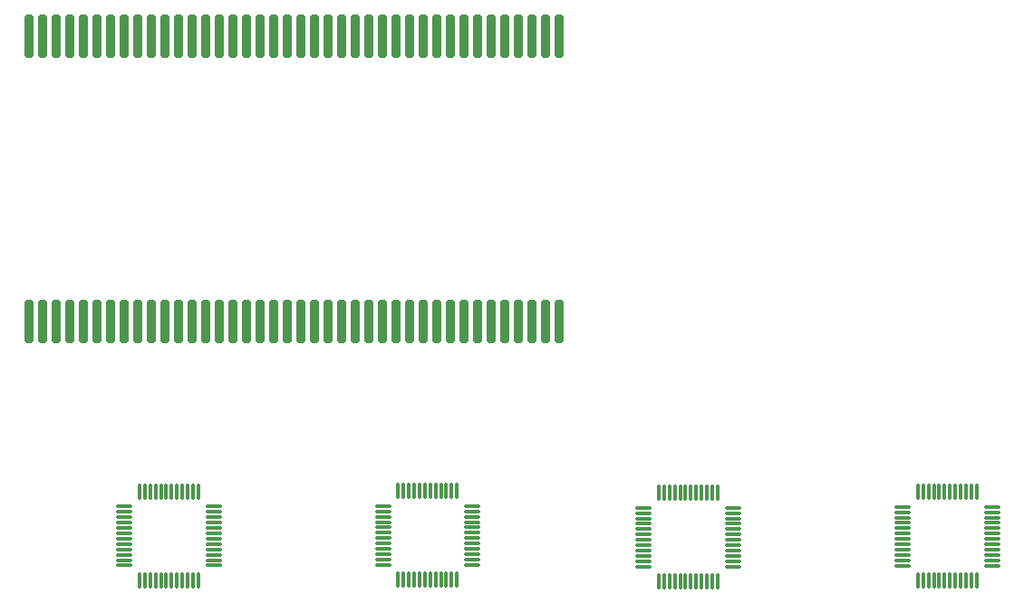
<source format=gtp>
G04 #@! TF.GenerationSoftware,KiCad,Pcbnew,(6.0.4)*
G04 #@! TF.CreationDate,2022-04-25T08:26:24+09:00*
G04 #@! TF.ProjectId,pico_router,7069636f-5f72-46f7-9574-65722e6b6963,rev?*
G04 #@! TF.SameCoordinates,Original*
G04 #@! TF.FileFunction,Paste,Top*
G04 #@! TF.FilePolarity,Positive*
%FSLAX46Y46*%
G04 Gerber Fmt 4.6, Leading zero omitted, Abs format (unit mm)*
G04 Created by KiCad (PCBNEW (6.0.4)) date 2022-04-25 08:26:24*
%MOMM*%
%LPD*%
G01*
G04 APERTURE LIST*
G04 Aperture macros list*
%AMRoundRect*
0 Rectangle with rounded corners*
0 $1 Rounding radius*
0 $2 $3 $4 $5 $6 $7 $8 $9 X,Y pos of 4 corners*
0 Add a 4 corners polygon primitive as box body*
4,1,4,$2,$3,$4,$5,$6,$7,$8,$9,$2,$3,0*
0 Add four circle primitives for the rounded corners*
1,1,$1+$1,$2,$3*
1,1,$1+$1,$4,$5*
1,1,$1+$1,$6,$7*
1,1,$1+$1,$8,$9*
0 Add four rect primitives between the rounded corners*
20,1,$1+$1,$2,$3,$4,$5,0*
20,1,$1+$1,$4,$5,$6,$7,0*
20,1,$1+$1,$6,$7,$8,$9,0*
20,1,$1+$1,$8,$9,$2,$3,0*%
G04 Aperture macros list end*
%ADD10RoundRect,0.075000X-0.075000X0.662500X-0.075000X-0.662500X0.075000X-0.662500X0.075000X0.662500X0*%
%ADD11RoundRect,0.075000X-0.662500X0.075000X-0.662500X-0.075000X0.662500X-0.075000X0.662500X0.075000X0*%
%ADD12RoundRect,0.200000X-0.200000X1.800000X-0.200000X-1.800000X0.200000X-1.800000X0.200000X1.800000X0*%
G04 APERTURE END LIST*
D10*
X191091000Y-112042500D03*
X190591000Y-112042500D03*
X190091000Y-112042500D03*
X189591000Y-112042500D03*
X189091000Y-112042500D03*
X188591000Y-112042500D03*
X188091000Y-112042500D03*
X187591000Y-112042500D03*
X187091000Y-112042500D03*
X186591000Y-112042500D03*
X186091000Y-112042500D03*
X185591000Y-112042500D03*
D11*
X184178500Y-113455000D03*
X184178500Y-113955000D03*
X184178500Y-114455000D03*
X184178500Y-114955000D03*
X184178500Y-115455000D03*
X184178500Y-115955000D03*
X184178500Y-116455000D03*
X184178500Y-116955000D03*
X184178500Y-117455000D03*
X184178500Y-117955000D03*
X184178500Y-118455000D03*
X184178500Y-118955000D03*
D10*
X185591000Y-120367500D03*
X186091000Y-120367500D03*
X186591000Y-120367500D03*
X187091000Y-120367500D03*
X187591000Y-120367500D03*
X188091000Y-120367500D03*
X188591000Y-120367500D03*
X189091000Y-120367500D03*
X189591000Y-120367500D03*
X190091000Y-120367500D03*
X190591000Y-120367500D03*
X191091000Y-120367500D03*
D11*
X192503500Y-118955000D03*
X192503500Y-118455000D03*
X192503500Y-117955000D03*
X192503500Y-117455000D03*
X192503500Y-116955000D03*
X192503500Y-116455000D03*
X192503500Y-115955000D03*
X192503500Y-115455000D03*
X192503500Y-114955000D03*
X192503500Y-114455000D03*
X192503500Y-113955000D03*
X192503500Y-113455000D03*
D10*
X166884800Y-112128100D03*
X166384800Y-112128100D03*
X165884800Y-112128100D03*
X165384800Y-112128100D03*
X164884800Y-112128100D03*
X164384800Y-112128100D03*
X163884800Y-112128100D03*
X163384800Y-112128100D03*
X162884800Y-112128100D03*
X162384800Y-112128100D03*
X161884800Y-112128100D03*
X161384800Y-112128100D03*
D11*
X159972300Y-113540600D03*
X159972300Y-114040600D03*
X159972300Y-114540600D03*
X159972300Y-115040600D03*
X159972300Y-115540600D03*
X159972300Y-116040600D03*
X159972300Y-116540600D03*
X159972300Y-117040600D03*
X159972300Y-117540600D03*
X159972300Y-118040600D03*
X159972300Y-118540600D03*
X159972300Y-119040600D03*
D10*
X161384800Y-120453100D03*
X161884800Y-120453100D03*
X162384800Y-120453100D03*
X162884800Y-120453100D03*
X163384800Y-120453100D03*
X163884800Y-120453100D03*
X164384800Y-120453100D03*
X164884800Y-120453100D03*
X165384800Y-120453100D03*
X165884800Y-120453100D03*
X166384800Y-120453100D03*
X166884800Y-120453100D03*
D11*
X168297300Y-119040600D03*
X168297300Y-118540600D03*
X168297300Y-118040600D03*
X168297300Y-117540600D03*
X168297300Y-117040600D03*
X168297300Y-116540600D03*
X168297300Y-116040600D03*
X168297300Y-115540600D03*
X168297300Y-115040600D03*
X168297300Y-114540600D03*
X168297300Y-114040600D03*
X168297300Y-113540600D03*
D10*
X142526200Y-111966300D03*
X142026200Y-111966300D03*
X141526200Y-111966300D03*
X141026200Y-111966300D03*
X140526200Y-111966300D03*
X140026200Y-111966300D03*
X139526200Y-111966300D03*
X139026200Y-111966300D03*
X138526200Y-111966300D03*
X138026200Y-111966300D03*
X137526200Y-111966300D03*
X137026200Y-111966300D03*
D11*
X135613700Y-113378800D03*
X135613700Y-113878800D03*
X135613700Y-114378800D03*
X135613700Y-114878800D03*
X135613700Y-115378800D03*
X135613700Y-115878800D03*
X135613700Y-116378800D03*
X135613700Y-116878800D03*
X135613700Y-117378800D03*
X135613700Y-117878800D03*
X135613700Y-118378800D03*
X135613700Y-118878800D03*
D10*
X137026200Y-120291300D03*
X137526200Y-120291300D03*
X138026200Y-120291300D03*
X138526200Y-120291300D03*
X139026200Y-120291300D03*
X139526200Y-120291300D03*
X140026200Y-120291300D03*
X140526200Y-120291300D03*
X141026200Y-120291300D03*
X141526200Y-120291300D03*
X142026200Y-120291300D03*
X142526200Y-120291300D03*
D11*
X143938700Y-118878800D03*
X143938700Y-118378800D03*
X143938700Y-117878800D03*
X143938700Y-117378800D03*
X143938700Y-116878800D03*
X143938700Y-116378800D03*
X143938700Y-115878800D03*
X143938700Y-115378800D03*
X143938700Y-114878800D03*
X143938700Y-114378800D03*
X143938700Y-113878800D03*
X143938700Y-113378800D03*
D10*
X118370800Y-112017100D03*
X117870800Y-112017100D03*
X117370800Y-112017100D03*
X116870800Y-112017100D03*
X116370800Y-112017100D03*
X115870800Y-112017100D03*
X115370800Y-112017100D03*
X114870800Y-112017100D03*
X114370800Y-112017100D03*
X113870800Y-112017100D03*
X113370800Y-112017100D03*
X112870800Y-112017100D03*
D11*
X111458300Y-113429600D03*
X111458300Y-113929600D03*
X111458300Y-114429600D03*
X111458300Y-114929600D03*
X111458300Y-115429600D03*
X111458300Y-115929600D03*
X111458300Y-116429600D03*
X111458300Y-116929600D03*
X111458300Y-117429600D03*
X111458300Y-117929600D03*
X111458300Y-118429600D03*
X111458300Y-118929600D03*
D10*
X112870800Y-120342100D03*
X113370800Y-120342100D03*
X113870800Y-120342100D03*
X114370800Y-120342100D03*
X114870800Y-120342100D03*
X115370800Y-120342100D03*
X115870800Y-120342100D03*
X116370800Y-120342100D03*
X116870800Y-120342100D03*
X117370800Y-120342100D03*
X117870800Y-120342100D03*
X118370800Y-120342100D03*
D11*
X119783300Y-118929600D03*
X119783300Y-118429600D03*
X119783300Y-117929600D03*
X119783300Y-117429600D03*
X119783300Y-116929600D03*
X119783300Y-116429600D03*
X119783300Y-115929600D03*
X119783300Y-115429600D03*
X119783300Y-114929600D03*
X119783300Y-114429600D03*
X119783300Y-113929600D03*
X119783300Y-113429600D03*
D12*
X152044400Y-69418200D03*
X150774400Y-69418200D03*
X149504400Y-69418200D03*
X148234400Y-69418200D03*
X146964400Y-69418200D03*
X145694400Y-69418200D03*
X144424400Y-69418200D03*
X143154400Y-69418200D03*
X141884400Y-69418200D03*
X140614400Y-69418200D03*
X139344400Y-69418200D03*
X138074400Y-69418200D03*
X136804400Y-69418200D03*
X135534400Y-69418200D03*
X134264400Y-69418200D03*
X132994400Y-69418200D03*
X131724400Y-69418200D03*
X130454400Y-69418200D03*
X129184400Y-69418200D03*
X127914400Y-69418200D03*
X126644400Y-69418200D03*
X125374400Y-69418200D03*
X124104400Y-69418200D03*
X122834400Y-69418200D03*
X121564400Y-69418200D03*
X120294400Y-69418200D03*
X119024400Y-69418200D03*
X117754400Y-69418200D03*
X116484400Y-69418200D03*
X115214400Y-69418200D03*
X113944400Y-69418200D03*
X112674400Y-69418200D03*
X111404400Y-69418200D03*
X110134400Y-69418200D03*
X108864400Y-69418200D03*
X107594400Y-69418200D03*
X106324400Y-69418200D03*
X105054400Y-69418200D03*
X103784400Y-69418200D03*
X102514400Y-69418200D03*
X152044400Y-96088200D03*
X150774400Y-96088200D03*
X149504400Y-96088200D03*
X148234400Y-96088200D03*
X146964400Y-96088200D03*
X145694400Y-96088200D03*
X144424400Y-96088200D03*
X143154400Y-96088200D03*
X141884400Y-96088200D03*
X140614400Y-96088200D03*
X139344400Y-96088200D03*
X138074400Y-96088200D03*
X136804400Y-96088200D03*
X135534400Y-96088200D03*
X134264400Y-96088200D03*
X132994400Y-96088200D03*
X131724400Y-96088200D03*
X130454400Y-96088200D03*
X129184400Y-96088200D03*
X127914400Y-96088200D03*
X126644400Y-96088200D03*
X125374400Y-96088200D03*
X124104400Y-96088200D03*
X122834400Y-96088200D03*
X121564400Y-96088200D03*
X120294400Y-96088200D03*
X119024400Y-96088200D03*
X117754400Y-96088200D03*
X116484400Y-96088200D03*
X115214400Y-96088200D03*
X113944400Y-96088200D03*
X112674400Y-96088200D03*
X111404400Y-96088200D03*
X110134400Y-96088200D03*
X108864400Y-96088200D03*
X107594400Y-96088200D03*
X106324400Y-96088200D03*
X105054400Y-96088200D03*
X103784400Y-96088200D03*
X102514400Y-96088200D03*
M02*

</source>
